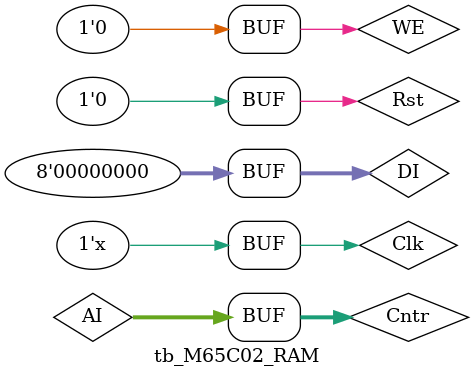
<source format=v>

`timescale 1ns / 1ps


module tb_M65C02_RAM;

	reg     Rst;
    reg     Clk;

	reg     WE;
	wire    [10:0] AI;
	reg     [ 7:0] DI;
	wire    [ 7:0] DO;
    
    //  Simulation Variables
    
    reg     [10:0] Cntr;
    wire    TC_Cntr;
    reg     Ext, ZP;

	// Instantiate the Unit Under Test (UUT)
    
M65C02_RAM  #(
                .pAddrSize(11),
                .pDataSize(8),
                .pFileName("M65C02_Tst2.txt")
            ) RAM (
                .Clk(Clk),
                
                .Ext(Ext),
                .ZP(ZP),
                
                .WE(WE),
                .AI(Cntr),
                .DI(DI),
                .DO(DO)
            );

initial begin
    // Initialize Inputs
    Rst = 1;
    Clk = 1;
    WE  = 0;
    DI  = 0;

    // Wait 100 ns for global reset to finish
    #101 Rst = 0;
    
    // Add stimulus here

end

///////////////////////////////////////////////////////////////////////////////
//
//  Clocks

always #5 Clk = ~Clk;

///////////////////////////////////////////////////////////////////////////////

always @(posedge Clk)
begin
    if(Rst | TC_Cntr)
        Cntr = #1 0;
    else
        Cntr = #1 Cntr + 1;
end

assign TC_Cntr = (Cntr == 11'h661);     // Last used location in test program

assign AI = Cntr;

//  Cycle through the various modes

always @(posedge Clk)
begin
    if(Rst)
        {Ext, ZP} <= #1 1;
    else if(TC_Cntr)
        {Ext, ZP} <= #1 ({Ext, ZP} + 1);
end

endmodule


</source>
